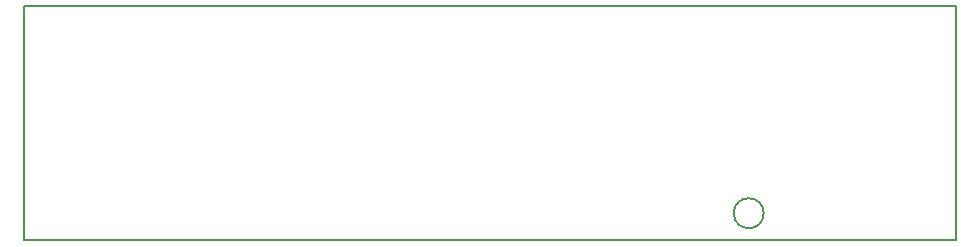
<source format=gbr>
G04 (created by PCBNEW (2013-07-07 BZR 4022)-stable) date 08/01/2015 19:31:04*
%MOIN*%
G04 Gerber Fmt 3.4, Leading zero omitted, Abs format*
%FSLAX34Y34*%
G01*
G70*
G90*
G04 APERTURE LIST*
%ADD10C,0.00590551*%
G04 APERTURE END LIST*
G54D10*
X67750Y-38000D02*
G75*
G03X67750Y-38000I-500J0D01*
G74*
G01*
X43100Y-38900D02*
X43100Y-31100D01*
X74150Y-38900D02*
X43100Y-38900D01*
X74150Y-31100D02*
X74150Y-38900D01*
X43100Y-31100D02*
X74150Y-31100D01*
M02*

</source>
